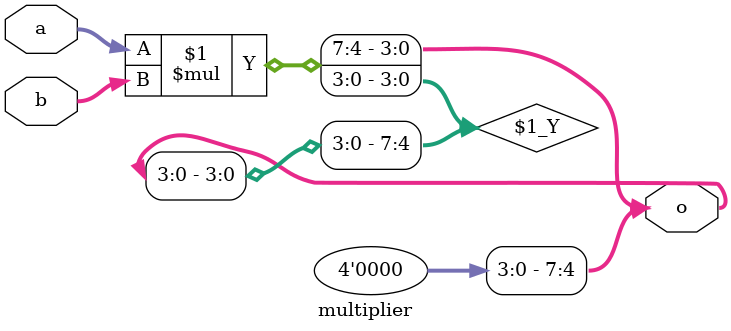
<source format=v>
/*
  输入输出位宽一致的乘法器。纯组合逻辑。
*/

module multiplier #(
  parameter Half_WIDTH = 4
)(
  input [2*Half_WIDTH-1 : 0] a,
  input [2*Half_WIDTH-1 : 0] b,
  output [2*Half_WIDTH-1 : 0] o
);
  assign o = (a*b) >> Half_WIDTH;
endmodule

</source>
